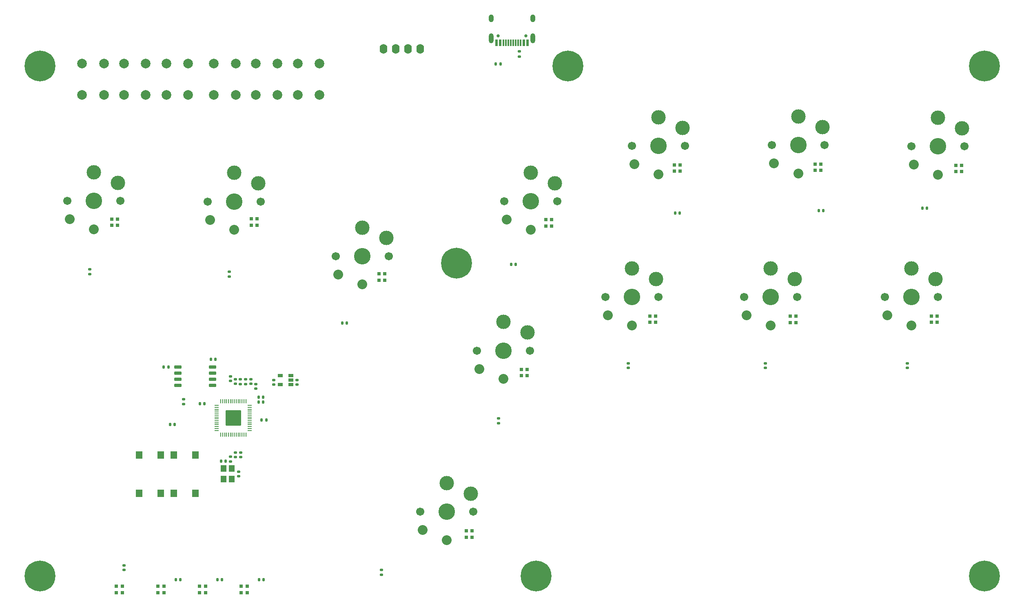
<source format=gbr>
%TF.GenerationSoftware,KiCad,Pcbnew,7.0.5*%
%TF.CreationDate,2023-10-21T15:45:59-07:00*%
%TF.ProjectId,VBox,56426f78-2e6b-4696-9361-645f70636258,rev?*%
%TF.SameCoordinates,Original*%
%TF.FileFunction,Soldermask,Top*%
%TF.FilePolarity,Negative*%
%FSLAX46Y46*%
G04 Gerber Fmt 4.6, Leading zero omitted, Abs format (unit mm)*
G04 Created by KiCad (PCBNEW 7.0.5) date 2023-10-21 15:45:59*
%MOMM*%
%LPD*%
G01*
G04 APERTURE LIST*
G04 Aperture macros list*
%AMRoundRect*
0 Rectangle with rounded corners*
0 $1 Rounding radius*
0 $2 $3 $4 $5 $6 $7 $8 $9 X,Y pos of 4 corners*
0 Add a 4 corners polygon primitive as box body*
4,1,4,$2,$3,$4,$5,$6,$7,$8,$9,$2,$3,0*
0 Add four circle primitives for the rounded corners*
1,1,$1+$1,$2,$3*
1,1,$1+$1,$4,$5*
1,1,$1+$1,$6,$7*
1,1,$1+$1,$8,$9*
0 Add four rect primitives between the rounded corners*
20,1,$1+$1,$2,$3,$4,$5,0*
20,1,$1+$1,$4,$5,$6,$7,0*
20,1,$1+$1,$6,$7,$8,$9,0*
20,1,$1+$1,$8,$9,$2,$3,0*%
G04 Aperture macros list end*
%ADD10R,0.700000X0.800000*%
%ADD11RoundRect,0.135000X0.135000X0.185000X-0.135000X0.185000X-0.135000X-0.185000X0.135000X-0.185000X0*%
%ADD12RoundRect,0.140000X-0.170000X0.140000X-0.170000X-0.140000X0.170000X-0.140000X0.170000X0.140000X0*%
%ADD13RoundRect,0.135000X0.185000X-0.135000X0.185000X0.135000X-0.185000X0.135000X-0.185000X-0.135000X0*%
%ADD14C,2.000000*%
%ADD15C,1.701800*%
%ADD16C,3.000000*%
%ADD17C,3.429000*%
%ADD18C,2.032000*%
%ADD19C,0.650000*%
%ADD20R,0.600000X1.450000*%
%ADD21R,0.300000X1.450000*%
%ADD22O,1.000000X2.100000*%
%ADD23O,1.000000X1.600000*%
%ADD24RoundRect,0.140000X0.140000X0.170000X-0.140000X0.170000X-0.140000X-0.170000X0.140000X-0.170000X0*%
%ADD25RoundRect,0.140000X-0.140000X-0.170000X0.140000X-0.170000X0.140000X0.170000X-0.140000X0.170000X0*%
%ADD26RoundRect,0.135000X-0.185000X0.135000X-0.185000X-0.135000X0.185000X-0.135000X0.185000X0.135000X0*%
%ADD27C,6.400000*%
%ADD28O,1.600000X2.000000*%
%ADD29RoundRect,0.140000X0.170000X-0.140000X0.170000X0.140000X-0.170000X0.140000X-0.170000X-0.140000X0*%
%ADD30RoundRect,0.150000X-0.650000X-0.150000X0.650000X-0.150000X0.650000X0.150000X-0.650000X0.150000X0*%
%ADD31R,1.200000X1.400000*%
%ADD32R,1.400000X1.600000*%
%ADD33RoundRect,0.050000X-0.387500X-0.050000X0.387500X-0.050000X0.387500X0.050000X-0.387500X0.050000X0*%
%ADD34RoundRect,0.050000X-0.050000X-0.387500X0.050000X-0.387500X0.050000X0.387500X-0.050000X0.387500X0*%
%ADD35RoundRect,0.144000X-1.456000X-1.456000X1.456000X-1.456000X1.456000X1.456000X-1.456000X1.456000X0*%
%ADD36R,1.060000X0.650000*%
G04 APERTURE END LIST*
D10*
%TO.C,D9*%
X201860000Y-86749741D03*
X200660000Y-86749741D03*
X200660000Y-88049741D03*
X201860000Y-88049741D03*
%TD*%
D11*
%TO.C,R2*%
X71620000Y-97322500D03*
X70600000Y-97322500D03*
%TD*%
D12*
%TO.C,C21*%
X84265534Y-77529534D03*
X84265534Y-78489534D03*
%TD*%
D13*
%TO.C,R4*%
X87630000Y-100840000D03*
X87630000Y-99820000D03*
%TD*%
D11*
%TO.C,R6*%
X140565534Y-34290000D03*
X139545534Y-34290000D03*
%TD*%
D14*
%TO.C,SW5*%
X89750000Y-40750000D03*
X89750000Y-34250000D03*
X94250000Y-40750000D03*
X94250000Y-34250000D03*
%TD*%
D15*
%TO.C,SW10*%
X141265534Y-62855534D03*
D16*
X146765534Y-56905534D03*
D17*
X146765534Y-62855534D03*
D16*
X151765534Y-59105534D03*
D15*
X152265534Y-62855534D03*
D18*
X146765534Y-68755534D03*
X141765534Y-66655534D03*
%TD*%
D19*
%TO.C,USB1*%
X145795534Y-28495534D03*
X140015534Y-28495534D03*
D20*
X146130534Y-29940534D03*
X145355534Y-29940534D03*
D21*
X144655534Y-29940534D03*
X144155534Y-29940534D03*
X143655534Y-29940534D03*
X143155534Y-29940534D03*
X142655534Y-29940534D03*
X142155534Y-29940534D03*
X141655534Y-29940534D03*
X141155534Y-29940534D03*
D20*
X140455534Y-29940534D03*
X139680534Y-29940534D03*
D22*
X147225534Y-29025534D03*
D23*
X147225534Y-24845534D03*
D22*
X138585534Y-29025534D03*
D23*
X138585534Y-24845534D03*
%TD*%
D10*
%TO.C,D14*%
X70641534Y-142891534D03*
X69441534Y-142891534D03*
X69441534Y-144191534D03*
X70641534Y-144191534D03*
%TD*%
D12*
%TO.C,C22*%
X140145534Y-108009534D03*
X140145534Y-108969534D03*
%TD*%
D13*
%TO.C,R3*%
X86550000Y-100840000D03*
X86550000Y-99820000D03*
%TD*%
D12*
%TO.C,C17*%
X115789534Y-139505534D03*
X115789534Y-140465534D03*
%TD*%
D24*
%TO.C,C20*%
X229045534Y-64293534D03*
X228085534Y-64293534D03*
%TD*%
D14*
%TO.C,SW4*%
X81050000Y-40750000D03*
X81050000Y-34250000D03*
X85550000Y-40750000D03*
X85550000Y-34250000D03*
%TD*%
D25*
%TO.C,C12*%
X90936950Y-108327974D03*
X91896950Y-108327974D03*
%TD*%
D15*
%TO.C,SW15*%
X162265534Y-82785534D03*
D16*
X167765534Y-76835534D03*
D17*
X167765534Y-82785534D03*
D16*
X172765534Y-79035534D03*
D15*
X173265534Y-82785534D03*
D18*
X167765534Y-88685534D03*
X162765534Y-86585534D03*
%TD*%
D26*
%TO.C,R1*%
X74760000Y-104012500D03*
X74760000Y-105032500D03*
%TD*%
D25*
%TO.C,C15*%
X90310232Y-104586961D03*
X91270232Y-104586961D03*
%TD*%
D27*
%TO.C,H3*%
X240905534Y-34745534D03*
%TD*%
D25*
%TO.C,C30*%
X73117534Y-141509534D03*
X74077534Y-141509534D03*
%TD*%
D14*
%TO.C,SW6*%
X98450000Y-40750000D03*
X98450000Y-34250000D03*
X102950000Y-40750000D03*
X102950000Y-34250000D03*
%TD*%
D12*
%TO.C,C26*%
X195517534Y-96517463D03*
X195517534Y-97477463D03*
%TD*%
D10*
%TO.C,D11*%
X146050000Y-97790000D03*
X144850000Y-97790000D03*
X144850000Y-99090000D03*
X146050000Y-99090000D03*
%TD*%
D14*
%TO.C,SW3*%
X71150000Y-40750000D03*
X71150000Y-34250000D03*
X75650000Y-40750000D03*
X75650000Y-34250000D03*
%TD*%
D15*
%TO.C,SW12*%
X196795534Y-51205534D03*
D16*
X202295534Y-45255534D03*
D17*
X202295534Y-51205534D03*
D16*
X207295534Y-47455534D03*
D15*
X207795534Y-51205534D03*
D18*
X202295534Y-57105534D03*
X197295534Y-55005534D03*
%TD*%
D10*
%TO.C,D5*%
X176600000Y-56580877D03*
X177800000Y-56580877D03*
X177800000Y-55280877D03*
X176600000Y-55280877D03*
%TD*%
%TO.C,D8*%
X231140000Y-86740832D03*
X229940000Y-86740832D03*
X229940000Y-88040832D03*
X231140000Y-88040832D03*
%TD*%
D26*
%TO.C,R7*%
X144455534Y-31735534D03*
X144455534Y-32755534D03*
%TD*%
D15*
%TO.C,SW8*%
X79725534Y-62915534D03*
D16*
X85225534Y-56965534D03*
D17*
X85225534Y-62915534D03*
D16*
X90225534Y-59165534D03*
D15*
X90725534Y-62915534D03*
D18*
X85225534Y-68815534D03*
X80225534Y-66715534D03*
%TD*%
D25*
%TO.C,C18*%
X206530000Y-64770000D03*
X207490000Y-64770000D03*
%TD*%
D28*
%TO.C,OLED1*%
X116200000Y-31200000D03*
X118740000Y-31200000D03*
X121280000Y-31200000D03*
X123820000Y-31200000D03*
%TD*%
D10*
%TO.C,D15*%
X79277534Y-142891534D03*
X78077534Y-142891534D03*
X78077534Y-144191534D03*
X79277534Y-144191534D03*
%TD*%
%TO.C,D3*%
X115315014Y-79259701D03*
X116515014Y-79259701D03*
X116515014Y-77959701D03*
X115315014Y-77959701D03*
%TD*%
D15*
%TO.C,SW18*%
X123825534Y-127365534D03*
D16*
X129325534Y-121415534D03*
D17*
X129325534Y-127365534D03*
D16*
X134325534Y-123615534D03*
D15*
X134825534Y-127365534D03*
D18*
X129325534Y-133265534D03*
X124325534Y-131165534D03*
%TD*%
D27*
%TO.C,H6*%
X147905534Y-140745534D03*
%TD*%
D10*
%TO.C,D16*%
X87913534Y-142891534D03*
X86713534Y-142891534D03*
X86713534Y-144191534D03*
X87913534Y-144191534D03*
%TD*%
D29*
%TO.C,C4*%
X93490000Y-100990000D03*
X93490000Y-100030000D03*
%TD*%
D10*
%TO.C,D10*%
X172720000Y-86730437D03*
X171520000Y-86730437D03*
X171520000Y-88030437D03*
X172720000Y-88030437D03*
%TD*%
D25*
%TO.C,C32*%
X90389534Y-141509534D03*
X91349534Y-141509534D03*
%TD*%
D30*
%TO.C,U2*%
X73560000Y-97317500D03*
X73560000Y-98587500D03*
X73560000Y-99857500D03*
X73560000Y-101127500D03*
X80760000Y-101127500D03*
X80760000Y-99857500D03*
X80760000Y-98587500D03*
X80760000Y-97317500D03*
%TD*%
D12*
%TO.C,C24*%
X55309534Y-77021534D03*
X55309534Y-77981534D03*
%TD*%
D25*
%TO.C,C31*%
X81753534Y-141509534D03*
X82713534Y-141509534D03*
%TD*%
D14*
%TO.C,SW1*%
X53700000Y-40745534D03*
X53700000Y-34245534D03*
X58200000Y-40745534D03*
X58200000Y-34245534D03*
%TD*%
D10*
%TO.C,D12*%
X134620000Y-131364896D03*
X133420000Y-131364896D03*
X133420000Y-132664896D03*
X134620000Y-132664896D03*
%TD*%
D29*
%TO.C,C1*%
X98290000Y-100990000D03*
X98290000Y-100030000D03*
%TD*%
D12*
%TO.C,C28*%
X167069534Y-96520000D03*
X167069534Y-97480000D03*
%TD*%
D15*
%TO.C,SW17*%
X220325534Y-82785534D03*
D16*
X225825534Y-76835534D03*
D17*
X225825534Y-82785534D03*
D16*
X230825534Y-79035534D03*
D15*
X231325534Y-82785534D03*
D18*
X225825534Y-88685534D03*
X220825534Y-86585534D03*
%TD*%
D12*
%TO.C,C25*%
X224981534Y-96520000D03*
X224981534Y-97480000D03*
%TD*%
D29*
%TO.C,C6*%
X84450000Y-100210000D03*
X84450000Y-99250000D03*
%TD*%
D27*
%TO.C,H2*%
X154505534Y-34745534D03*
%TD*%
D12*
%TO.C,C7*%
X86560000Y-115090000D03*
X86560000Y-116050000D03*
%TD*%
D15*
%TO.C,SW16*%
X191115534Y-82785534D03*
D16*
X196615534Y-76835534D03*
D17*
X196615534Y-82785534D03*
D16*
X201615534Y-79035534D03*
D15*
X202115534Y-82785534D03*
D18*
X196615534Y-88685534D03*
X191615534Y-86585534D03*
%TD*%
D31*
%TO.C,Y1*%
X83010000Y-118420000D03*
X83010000Y-120620000D03*
X84710000Y-120620000D03*
X84710000Y-118420000D03*
%TD*%
D12*
%TO.C,C3*%
X86210000Y-119040000D03*
X86210000Y-120000000D03*
%TD*%
D10*
%TO.C,D1*%
X59869740Y-67842899D03*
X61069740Y-67842899D03*
X61069740Y-66542899D03*
X59869740Y-66542899D03*
%TD*%
D27*
%TO.C,H4*%
X131405534Y-75745534D03*
%TD*%
%TO.C,H5*%
X44905534Y-140745534D03*
%TD*%
D10*
%TO.C,D2*%
X88768173Y-67810023D03*
X89968173Y-67810023D03*
X89968173Y-66510023D03*
X88768173Y-66510023D03*
%TD*%
D27*
%TO.C,H7*%
X240905534Y-140745534D03*
%TD*%
D15*
%TO.C,SW9*%
X106325534Y-74265534D03*
D16*
X111825534Y-68315534D03*
D17*
X111825534Y-74265534D03*
D16*
X116825534Y-70515534D03*
D15*
X117325534Y-74265534D03*
D18*
X111825534Y-80165534D03*
X106825534Y-78065534D03*
%TD*%
D25*
%TO.C,C5*%
X80380000Y-95722500D03*
X81340000Y-95722500D03*
%TD*%
D24*
%TO.C,C11*%
X79066250Y-104922500D03*
X78106250Y-104922500D03*
%TD*%
D32*
%TO.C,SW20*%
X65530000Y-115570000D03*
X65530000Y-123570000D03*
X70030000Y-115570000D03*
X70030000Y-123570000D03*
%TD*%
D29*
%TO.C,C8*%
X88700000Y-100810000D03*
X88700000Y-99850000D03*
%TD*%
D14*
%TO.C,SW2*%
X62400000Y-40750000D03*
X62400000Y-34250000D03*
X66900000Y-40750000D03*
X66900000Y-34250000D03*
%TD*%
D10*
%TO.C,D13*%
X62005534Y-142891534D03*
X60805534Y-142891534D03*
X60805534Y-144191534D03*
X62005534Y-144191534D03*
%TD*%
D25*
%TO.C,C16*%
X90310232Y-103576212D03*
X91270232Y-103576212D03*
%TD*%
D33*
%TO.C,U3*%
X81621356Y-105290000D03*
X81621356Y-105690000D03*
X81621356Y-106090000D03*
X81621356Y-106490000D03*
X81621356Y-106890000D03*
X81621356Y-107290000D03*
X81621356Y-107690000D03*
X81621356Y-108090000D03*
X81621356Y-108490000D03*
X81621356Y-108890000D03*
X81621356Y-109290000D03*
X81621356Y-109690000D03*
X81621356Y-110090000D03*
X81621356Y-110490000D03*
D34*
X82458856Y-111327500D03*
X82858856Y-111327500D03*
X83258856Y-111327500D03*
X83658856Y-111327500D03*
X84058856Y-111327500D03*
X84458856Y-111327500D03*
X84858856Y-111327500D03*
X85258856Y-111327500D03*
X85658856Y-111327500D03*
X86058856Y-111327500D03*
X86458856Y-111327500D03*
X86858856Y-111327500D03*
X87258856Y-111327500D03*
X87658856Y-111327500D03*
D33*
X88496356Y-110490000D03*
X88496356Y-110090000D03*
X88496356Y-109690000D03*
X88496356Y-109290000D03*
X88496356Y-108890000D03*
X88496356Y-108490000D03*
X88496356Y-108090000D03*
X88496356Y-107690000D03*
X88496356Y-107290000D03*
X88496356Y-106890000D03*
X88496356Y-106490000D03*
X88496356Y-106090000D03*
X88496356Y-105690000D03*
X88496356Y-105290000D03*
D34*
X87658856Y-104452500D03*
X87258856Y-104452500D03*
X86858856Y-104452500D03*
X86458856Y-104452500D03*
X86058856Y-104452500D03*
X85658856Y-104452500D03*
X85258856Y-104452500D03*
X84858856Y-104452500D03*
X84458856Y-104452500D03*
X84058856Y-104452500D03*
X83658856Y-104452500D03*
X83258856Y-104452500D03*
X82858856Y-104452500D03*
X82458856Y-104452500D03*
D35*
X85058856Y-107890000D03*
%TD*%
D10*
%TO.C,D6*%
X205810000Y-56456638D03*
X207010000Y-56456638D03*
X207010000Y-55156638D03*
X205810000Y-55156638D03*
%TD*%
D25*
%TO.C,C19*%
X176749534Y-65309534D03*
X177709534Y-65309534D03*
%TD*%
D26*
%TO.C,R5*%
X84510000Y-115910000D03*
X84510000Y-116930000D03*
%TD*%
D29*
%TO.C,C29*%
X62421534Y-139477534D03*
X62421534Y-138517534D03*
%TD*%
D24*
%TO.C,C27*%
X108621534Y-88169534D03*
X107661534Y-88169534D03*
%TD*%
%TO.C,C13*%
X72870000Y-109220000D03*
X71910000Y-109220000D03*
%TD*%
%TO.C,C2*%
X83490000Y-116870000D03*
X82530000Y-116870000D03*
%TD*%
D29*
%TO.C,C9*%
X85500000Y-100810000D03*
X85500000Y-99850000D03*
%TD*%
%TO.C,C10*%
X89750000Y-101810000D03*
X89750000Y-100850000D03*
%TD*%
D15*
%TO.C,SW11*%
X167825534Y-51325534D03*
D16*
X173325534Y-45375534D03*
D17*
X173325534Y-51325534D03*
D16*
X178325534Y-47575534D03*
D15*
X178825534Y-51325534D03*
D18*
X173325534Y-57225534D03*
X168325534Y-55125534D03*
%TD*%
D10*
%TO.C,D7*%
X235020000Y-56671975D03*
X236220000Y-56671975D03*
X236220000Y-55371975D03*
X235020000Y-55371975D03*
%TD*%
D36*
%TO.C,U1*%
X96990000Y-100960000D03*
X96990000Y-100010000D03*
X96990000Y-99060000D03*
X94790000Y-99060000D03*
X94790000Y-100960000D03*
%TD*%
D10*
%TO.C,D4*%
X149930000Y-67991534D03*
X151130000Y-67991534D03*
X151130000Y-66691534D03*
X149930000Y-66691534D03*
%TD*%
D15*
%TO.C,SW7*%
X50630534Y-62795534D03*
D16*
X56130534Y-56845534D03*
D17*
X56130534Y-62795534D03*
D16*
X61130534Y-59045534D03*
D15*
X61630534Y-62795534D03*
D18*
X56130534Y-68695534D03*
X51130534Y-66595534D03*
%TD*%
D15*
%TO.C,SW14*%
X135655534Y-93895534D03*
D16*
X141155534Y-87945534D03*
D17*
X141155534Y-93895534D03*
D16*
X146155534Y-90145534D03*
D15*
X146655534Y-93895534D03*
D18*
X141155534Y-99795534D03*
X136155534Y-97695534D03*
%TD*%
D12*
%TO.C,C14*%
X85530000Y-115090000D03*
X85530000Y-116050000D03*
%TD*%
D27*
%TO.C,H1*%
X44905534Y-34745534D03*
%TD*%
D24*
%TO.C,C23*%
X143673534Y-75977534D03*
X142713534Y-75977534D03*
%TD*%
D15*
%TO.C,SW13*%
X225765534Y-51445534D03*
D16*
X231265534Y-45495534D03*
D17*
X231265534Y-51445534D03*
D16*
X236265534Y-47695534D03*
D15*
X236765534Y-51445534D03*
D18*
X231265534Y-57345534D03*
X226265534Y-55245534D03*
%TD*%
D32*
%TO.C,SW19*%
X77180000Y-123570000D03*
X77180000Y-115570000D03*
X72680000Y-123570000D03*
X72680000Y-115570000D03*
%TD*%
M02*

</source>
